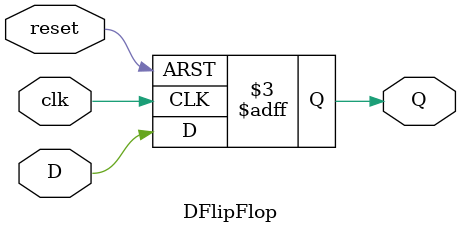
<source format=v>
/* DFlipFlop.v
* --------------
* By: Zuriel Nkoro
* Date: 1st April 2023
* 
* Module Desciption:
* -------------------
* A D latch flip flop module
*
* Inputs:
* clk - The clock signal
* D - The data signal
* reset_n - The reset signal that is active when low
*
* Output:
* Q - The divided output clock signal 
*
*/
module DFlipFlop(
	input clk,
	input D,
	input reset,
	output reg Q
);

	always @ (posedge clk or negedge reset)
	begin
	
		if (~reset)
		begin
			  Q <= 1'b0;
		end
		else begin
			  Q <= D;
		end
		
	end

endmodule
</source>
